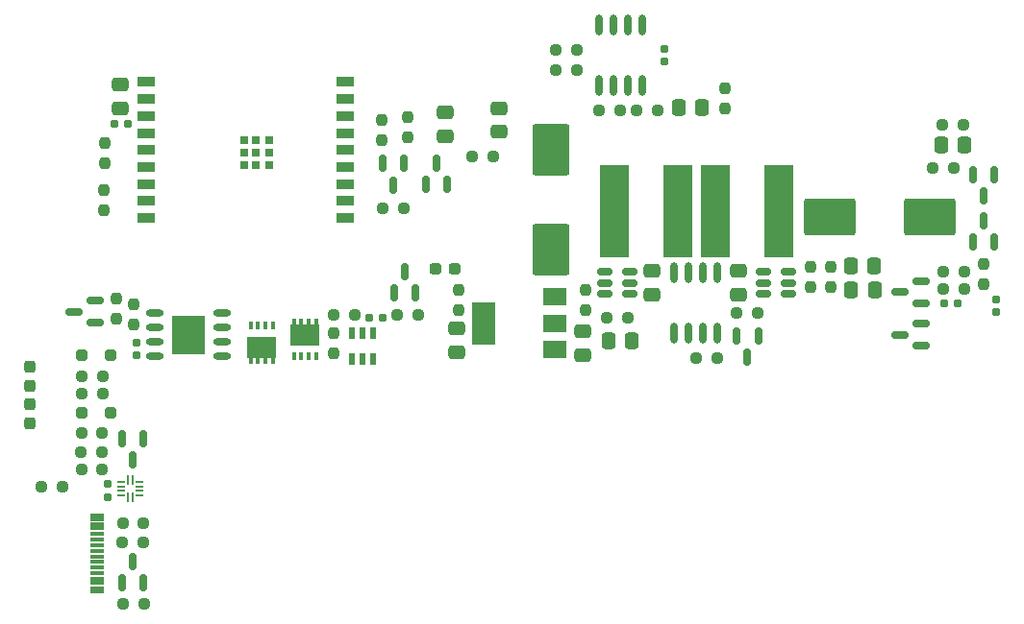
<source format=gbr>
%TF.GenerationSoftware,KiCad,Pcbnew,7.0.7*%
%TF.CreationDate,2023-10-01T15:31:46+02:00*%
%TF.ProjectId,LEDs,4c454473-2e6b-4696-9361-645f70636258,rev?*%
%TF.SameCoordinates,Original*%
%TF.FileFunction,Paste,Top*%
%TF.FilePolarity,Positive*%
%FSLAX46Y46*%
G04 Gerber Fmt 4.6, Leading zero omitted, Abs format (unit mm)*
G04 Created by KiCad (PCBNEW 7.0.7) date 2023-10-01 15:31:46*
%MOMM*%
%LPD*%
G01*
G04 APERTURE LIST*
G04 Aperture macros list*
%AMRoundRect*
0 Rectangle with rounded corners*
0 $1 Rounding radius*
0 $2 $3 $4 $5 $6 $7 $8 $9 X,Y pos of 4 corners*
0 Add a 4 corners polygon primitive as box body*
4,1,4,$2,$3,$4,$5,$6,$7,$8,$9,$2,$3,0*
0 Add four circle primitives for the rounded corners*
1,1,$1+$1,$2,$3*
1,1,$1+$1,$4,$5*
1,1,$1+$1,$6,$7*
1,1,$1+$1,$8,$9*
0 Add four rect primitives between the rounded corners*
20,1,$1+$1,$2,$3,$4,$5,0*
20,1,$1+$1,$4,$5,$6,$7,0*
20,1,$1+$1,$6,$7,$8,$9,0*
20,1,$1+$1,$8,$9,$2,$3,0*%
G04 Aperture macros list end*
%ADD10RoundRect,0.237500X0.250000X0.237500X-0.250000X0.237500X-0.250000X-0.237500X0.250000X-0.237500X0*%
%ADD11RoundRect,0.150000X-0.150000X0.587500X-0.150000X-0.587500X0.150000X-0.587500X0.150000X0.587500X0*%
%ADD12RoundRect,0.237500X0.237500X-0.250000X0.237500X0.250000X-0.237500X0.250000X-0.237500X-0.250000X0*%
%ADD13RoundRect,0.150000X0.512500X0.150000X-0.512500X0.150000X-0.512500X-0.150000X0.512500X-0.150000X0*%
%ADD14RoundRect,0.250000X0.475000X-0.337500X0.475000X0.337500X-0.475000X0.337500X-0.475000X-0.337500X0*%
%ADD15RoundRect,0.155000X-0.212500X-0.155000X0.212500X-0.155000X0.212500X0.155000X-0.212500X0.155000X0*%
%ADD16RoundRect,0.250000X0.337500X0.475000X-0.337500X0.475000X-0.337500X-0.475000X0.337500X-0.475000X0*%
%ADD17RoundRect,0.150000X0.150000X-0.587500X0.150000X0.587500X-0.150000X0.587500X-0.150000X-0.587500X0*%
%ADD18R,0.400000X0.700000*%
%ADD19R,0.400000X0.500000*%
%ADD20R,2.650013X1.940005*%
%ADD21RoundRect,0.050000X0.050000X-0.375000X0.050000X0.375000X-0.050000X0.375000X-0.050000X-0.375000X0*%
%ADD22RoundRect,0.050000X0.275000X-0.050000X0.275000X0.050000X-0.275000X0.050000X-0.275000X-0.050000X0*%
%ADD23RoundRect,0.155000X-0.155000X0.212500X-0.155000X-0.212500X0.155000X-0.212500X0.155000X0.212500X0*%
%ADD24RoundRect,0.237500X-0.237500X0.287500X-0.237500X-0.287500X0.237500X-0.287500X0.237500X0.287500X0*%
%ADD25RoundRect,0.250000X-0.250000X-0.250000X0.250000X-0.250000X0.250000X0.250000X-0.250000X0.250000X0*%
%ADD26R,0.532004X1.072009*%
%ADD27R,2.600000X8.200000*%
%ADD28RoundRect,0.237500X-0.250000X-0.237500X0.250000X-0.237500X0.250000X0.237500X-0.250000X0.237500X0*%
%ADD29RoundRect,0.250000X-0.337500X-0.475000X0.337500X-0.475000X0.337500X0.475000X-0.337500X0.475000X0*%
%ADD30O,1.600000X0.600000*%
%ADD31R,3.000000X3.500000*%
%ADD32R,1.500000X0.900000*%
%ADD33R,0.700000X0.700000*%
%ADD34O,0.629997X1.864999*%
%ADD35RoundRect,0.150000X0.587500X0.150000X-0.587500X0.150000X-0.587500X-0.150000X0.587500X-0.150000X0*%
%ADD36RoundRect,0.155000X0.155000X-0.212500X0.155000X0.212500X-0.155000X0.212500X-0.155000X-0.212500X0*%
%ADD37RoundRect,0.250000X-0.475000X0.337500X-0.475000X-0.337500X0.475000X-0.337500X0.475000X0.337500X0*%
%ADD38RoundRect,0.237500X-0.237500X0.250000X-0.237500X-0.250000X0.237500X-0.250000X0.237500X0.250000X0*%
%ADD39RoundRect,0.237500X0.237500X-0.287500X0.237500X0.287500X-0.237500X0.287500X-0.237500X-0.287500X0*%
%ADD40R,2.000000X1.500000*%
%ADD41R,2.000000X3.800000*%
%ADD42RoundRect,0.150000X-0.512500X-0.150000X0.512500X-0.150000X0.512500X0.150000X-0.512500X0.150000X0*%
%ADD43R,1.300000X0.300000*%
%ADD44RoundRect,0.250000X-1.400000X-2.000000X1.400000X-2.000000X1.400000X2.000000X-1.400000X2.000000X0*%
%ADD45RoundRect,0.237500X0.287500X0.237500X-0.287500X0.237500X-0.287500X-0.237500X0.287500X-0.237500X0*%
%ADD46RoundRect,0.250000X-2.000000X1.400000X-2.000000X-1.400000X2.000000X-1.400000X2.000000X1.400000X0*%
G04 APERTURE END LIST*
D10*
%TO.C,R14*%
X65832500Y-105780000D03*
X64007500Y-105780000D03*
%TD*%
D11*
%TO.C,Q12*%
X69430000Y-111302500D03*
X67530000Y-111302500D03*
X68480000Y-113177500D03*
%TD*%
D12*
%TO.C,R4*%
X68580000Y-101242500D03*
X68580000Y-99417500D03*
%TD*%
D13*
%TO.C,U4*%
X126277500Y-98486000D03*
X126277500Y-97536000D03*
X126277500Y-96586000D03*
X124002500Y-96586000D03*
X124002500Y-97536000D03*
X124002500Y-98486000D03*
%TD*%
D12*
%TO.C,R25*%
X90424000Y-84986500D03*
X90424000Y-83161500D03*
%TD*%
D14*
%TO.C,C12*%
X67410000Y-82147500D03*
X67410000Y-80072500D03*
%TD*%
D15*
%TO.C,C11*%
X66922500Y-83510000D03*
X68057500Y-83510000D03*
%TD*%
D10*
%TO.C,R23*%
X123512500Y-100210000D03*
X121687500Y-100210000D03*
%TD*%
D16*
%TO.C,C7*%
X133817500Y-96040000D03*
X131742500Y-96040000D03*
%TD*%
D17*
%TO.C,Q3*%
X91506000Y-98395000D03*
X93406000Y-98395000D03*
X92456000Y-96520000D03*
%TD*%
D18*
%TO.C,Q2*%
X82694511Y-104018084D03*
X83344498Y-104018084D03*
X83994486Y-104018084D03*
X84644473Y-104018084D03*
D19*
X84644473Y-100918008D03*
X83994486Y-100918008D03*
X83344498Y-100918008D03*
X82694511Y-100918008D03*
D20*
X83669365Y-102108000D03*
%TD*%
D21*
%TO.C,U9*%
X68090000Y-116415000D03*
X68490000Y-116415000D03*
D22*
X69115000Y-116290000D03*
X69115000Y-115890000D03*
X69115000Y-115490000D03*
X69115000Y-115090000D03*
D21*
X68490000Y-114965000D03*
X68090000Y-114965000D03*
D22*
X67465000Y-115090000D03*
X67465000Y-115490000D03*
X67465000Y-115890000D03*
X67465000Y-116290000D03*
%TD*%
D23*
%TO.C,C19*%
X66270000Y-115292500D03*
X66270000Y-116427500D03*
%TD*%
D24*
%TO.C,D6*%
X59436000Y-104916000D03*
X59436000Y-106666000D03*
%TD*%
D25*
%TO.C,D7*%
X64020000Y-103940000D03*
X66520000Y-103940000D03*
%TD*%
D10*
%TO.C,R29*%
X140784500Y-87376000D03*
X138959500Y-87376000D03*
%TD*%
D23*
%TO.C,C1*%
X68834000Y-102810500D03*
X68834000Y-103945500D03*
%TD*%
D26*
%TO.C,U2*%
X87799530Y-104273098D03*
X88749492Y-104273098D03*
X89699454Y-104273098D03*
X89699454Y-101974902D03*
X88749492Y-101974902D03*
X87799530Y-101974902D03*
%TD*%
D27*
%TO.C,L2*%
X119800000Y-91186000D03*
X125400000Y-91186000D03*
%TD*%
D11*
%TO.C,Q9*%
X144378000Y-87962500D03*
X142478000Y-87962500D03*
X143428000Y-89837500D03*
%TD*%
D28*
%TO.C,R30*%
X139803500Y-83566000D03*
X141628500Y-83566000D03*
%TD*%
D14*
%TO.C,C9*%
X96012000Y-84603500D03*
X96012000Y-82528500D03*
%TD*%
D29*
%TO.C,C5*%
X110386500Y-102616000D03*
X112461500Y-102616000D03*
%TD*%
D27*
%TO.C,L1*%
X116510000Y-91186000D03*
X110910000Y-91186000D03*
%TD*%
D28*
%TO.C,R36*%
X105767500Y-78740000D03*
X107592500Y-78740000D03*
%TD*%
D30*
%TO.C,U1*%
X70406000Y-100202996D03*
X70406000Y-101472999D03*
X70406000Y-102743001D03*
X70406000Y-104013004D03*
X76406000Y-104013004D03*
X76406000Y-102743001D03*
X76406000Y-101472999D03*
X76406000Y-100202996D03*
D31*
X73406000Y-102108000D03*
%TD*%
D32*
%TO.C,U5*%
X69708000Y-79822000D03*
X69708000Y-81322000D03*
X69708000Y-82822000D03*
X69708000Y-84322000D03*
X69708000Y-85822000D03*
X69708000Y-87322000D03*
X69708000Y-88822000D03*
X69708000Y-90322000D03*
X69708000Y-91822000D03*
X87208000Y-91822000D03*
X87208000Y-90322000D03*
X87208000Y-88822000D03*
X87208000Y-87322000D03*
X87208000Y-85822000D03*
X87208000Y-84322000D03*
X87208000Y-82822000D03*
X87208000Y-81322000D03*
X87208000Y-79822000D03*
D33*
X78318000Y-84922000D03*
X78318000Y-86022000D03*
X78318000Y-87122000D03*
X79368000Y-84922000D03*
X79368000Y-86022000D03*
X79368000Y-87122000D03*
X80518000Y-84922000D03*
X80518000Y-86022000D03*
X80518000Y-87122000D03*
%TD*%
D28*
%TO.C,R24*%
X118131508Y-104140000D03*
X119956508Y-104140000D03*
%TD*%
D18*
%TO.C,Q1*%
X80834346Y-101319962D03*
X80184359Y-101319962D03*
X79534371Y-101319962D03*
X78884384Y-101319962D03*
D19*
X78884384Y-104420038D03*
X79534371Y-104420038D03*
X80184359Y-104420038D03*
X80834346Y-104420038D03*
D20*
X79859492Y-103230046D03*
%TD*%
D34*
%TO.C,U8*%
X109600996Y-80152499D03*
X110870999Y-80152499D03*
X112141001Y-80152499D03*
X113411004Y-80152499D03*
X113411004Y-74787501D03*
X112141001Y-74787501D03*
X110870999Y-74787501D03*
X109600996Y-74787501D03*
%TD*%
D14*
%TO.C,C8*%
X100756000Y-84222500D03*
X100756000Y-82147500D03*
%TD*%
D16*
%TO.C,C15*%
X141753500Y-85344000D03*
X139678500Y-85344000D03*
%TD*%
D35*
%TO.C,Q6*%
X137922000Y-99314000D03*
X137922000Y-97414000D03*
X136047000Y-98364000D03*
%TD*%
D36*
%TO.C,C17*%
X115316000Y-78037500D03*
X115316000Y-76902500D03*
%TD*%
D28*
%TO.C,R21*%
X139907000Y-98044000D03*
X141732000Y-98044000D03*
%TD*%
D37*
%TO.C,C14*%
X97028000Y-101578500D03*
X97028000Y-103653500D03*
%TD*%
D25*
%TO.C,D5*%
X64012500Y-109020000D03*
X66512500Y-109020000D03*
%TD*%
D17*
%TO.C,Q10*%
X142478000Y-93901500D03*
X144378000Y-93901500D03*
X143428000Y-92026500D03*
%TD*%
D10*
%TO.C,R1*%
X62282500Y-115550000D03*
X60457500Y-115550000D03*
%TD*%
D38*
%TO.C,R26*%
X66040000Y-85193500D03*
X66040000Y-87018500D03*
%TD*%
D28*
%TO.C,R32*%
X67617500Y-118760000D03*
X69442500Y-118760000D03*
%TD*%
D37*
%TO.C,C6*%
X121838000Y-96498500D03*
X121838000Y-98573500D03*
%TD*%
D38*
%TO.C,R34*%
X120650000Y-80367500D03*
X120650000Y-82192500D03*
%TD*%
D37*
%TO.C,C13*%
X108122000Y-101832500D03*
X108122000Y-103907500D03*
%TD*%
D28*
%TO.C,R35*%
X112879500Y-82296000D03*
X114704500Y-82296000D03*
%TD*%
D17*
%TO.C,Q13*%
X67560000Y-124027500D03*
X69460000Y-124027500D03*
X68510000Y-122152500D03*
%TD*%
D12*
%TO.C,R11*%
X97200000Y-99972500D03*
X97200000Y-98147500D03*
%TD*%
D10*
%TO.C,R17*%
X100226500Y-86360000D03*
X98401500Y-86360000D03*
%TD*%
D28*
%TO.C,R2*%
X67597500Y-120390000D03*
X69422500Y-120390000D03*
%TD*%
D10*
%TO.C,R6*%
X88034500Y-100330000D03*
X86209500Y-100330000D03*
%TD*%
D39*
%TO.C,D4*%
X59436000Y-109968000D03*
X59436000Y-108218000D03*
%TD*%
D28*
%TO.C,R13*%
X63997500Y-110770000D03*
X65822500Y-110770000D03*
%TD*%
D15*
%TO.C,C18*%
X139982500Y-99390000D03*
X141117500Y-99390000D03*
%TD*%
D40*
%TO.C,U6*%
X105684000Y-103392000D03*
X105684000Y-101092000D03*
D41*
X99384000Y-101092000D03*
D40*
X105684000Y-98792000D03*
%TD*%
D34*
%TO.C,Q8*%
X116123004Y-101996499D03*
X117393007Y-101996499D03*
X118663009Y-101996499D03*
X119933012Y-101996499D03*
X119933012Y-96631501D03*
X118663009Y-96631501D03*
X117393007Y-96631501D03*
X116123004Y-96631501D03*
%TD*%
D28*
%TO.C,R3*%
X63977500Y-114010000D03*
X65802500Y-114010000D03*
%TD*%
%TO.C,R22*%
X139897000Y-96520000D03*
X141722000Y-96520000D03*
%TD*%
D37*
%TO.C,C4*%
X114218000Y-96498500D03*
X114218000Y-98573500D03*
%TD*%
D28*
%TO.C,R16*%
X63967500Y-112440000D03*
X65792500Y-112440000D03*
%TD*%
D42*
%TO.C,U3*%
X110032500Y-96586000D03*
X110032500Y-97536000D03*
X110032500Y-98486000D03*
X112307500Y-98486000D03*
X112307500Y-97536000D03*
X112307500Y-96586000D03*
%TD*%
D28*
%TO.C,R37*%
X105767500Y-76962000D03*
X107592500Y-76962000D03*
%TD*%
D11*
%TO.C,Q4*%
X92390000Y-87025000D03*
X90490000Y-87025000D03*
X91440000Y-88900000D03*
%TD*%
D10*
%TO.C,R12*%
X65852500Y-107300000D03*
X64027500Y-107300000D03*
%TD*%
D38*
%TO.C,R5*%
X86209492Y-101957500D03*
X86209492Y-103782500D03*
%TD*%
D11*
%TO.C,Q7*%
X123580000Y-102192500D03*
X121680000Y-102192500D03*
X122630000Y-104067500D03*
%TD*%
D10*
%TO.C,R18*%
X92352500Y-90932000D03*
X90527500Y-90932000D03*
%TD*%
D12*
%TO.C,R28*%
X143428000Y-97686500D03*
X143428000Y-95861500D03*
%TD*%
%TO.C,R10*%
X129966000Y-97940500D03*
X129966000Y-96115500D03*
%TD*%
D10*
%TO.C,R27*%
X93622500Y-100330000D03*
X91797500Y-100330000D03*
%TD*%
D28*
%TO.C,R38*%
X109577500Y-82296000D03*
X111402500Y-82296000D03*
%TD*%
D12*
%TO.C,R15*%
X65990000Y-91142500D03*
X65990000Y-89317500D03*
%TD*%
D29*
%TO.C,C10*%
X131782500Y-98140000D03*
X133857500Y-98140000D03*
%TD*%
D43*
%TO.C,J1*%
X65339143Y-118061987D03*
X65339143Y-118862089D03*
X65339143Y-120162064D03*
X65339143Y-121162064D03*
X65339143Y-121661936D03*
X65339143Y-122661682D03*
X65339143Y-123962165D03*
X65339143Y-124762013D03*
X65339143Y-124462038D03*
X65339143Y-123661936D03*
X65339143Y-123162064D03*
X65339143Y-122162064D03*
X65339143Y-120661936D03*
X65339143Y-119661936D03*
X65339143Y-119162064D03*
X65339143Y-118361962D03*
%TD*%
D44*
%TO.C,D1*%
X105328000Y-85770000D03*
X105328000Y-94570000D03*
%TD*%
D35*
%TO.C,Q11*%
X65199500Y-101026000D03*
X65199500Y-99126000D03*
X63324500Y-100076000D03*
%TD*%
D45*
%TO.C,D3*%
X96887000Y-96266000D03*
X95137000Y-96266000D03*
%TD*%
D28*
%TO.C,R31*%
X67667500Y-125840000D03*
X69492500Y-125840000D03*
%TD*%
D38*
%TO.C,R20*%
X92710000Y-82907500D03*
X92710000Y-84732500D03*
%TD*%
D46*
%TO.C,D2*%
X138684000Y-91694000D03*
X129884000Y-91694000D03*
%TD*%
D28*
%TO.C,R7*%
X110257500Y-100584000D03*
X112082500Y-100584000D03*
%TD*%
D38*
%TO.C,R9*%
X128188000Y-96115500D03*
X128188000Y-97940500D03*
%TD*%
D16*
%TO.C,C16*%
X118639500Y-82042000D03*
X116564500Y-82042000D03*
%TD*%
D38*
%TO.C,R8*%
X108376000Y-98147500D03*
X108376000Y-99972500D03*
%TD*%
D15*
%TO.C,C3*%
X89348500Y-100584000D03*
X90483500Y-100584000D03*
%TD*%
D17*
%TO.C,Q5*%
X94300000Y-88821500D03*
X96200000Y-88821500D03*
X95250000Y-86946500D03*
%TD*%
D35*
%TO.C,D8*%
X137922000Y-103058000D03*
X137922000Y-101158000D03*
X136047000Y-102108000D03*
%TD*%
D36*
%TO.C,C2*%
X144526000Y-100135500D03*
X144526000Y-99000500D03*
%TD*%
D12*
%TO.C,R33*%
X67056000Y-100734500D03*
X67056000Y-98909500D03*
%TD*%
M02*

</source>
